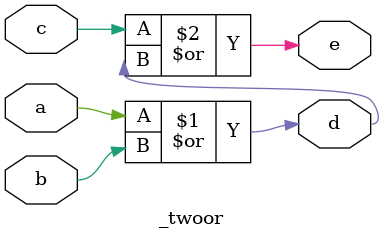
<source format=v>
`timescale 1ns / 1ps


module _twoor(
    input a,b,c,
    output d,e
    );
    assign d=a|b;
    assign e=c|d;
endmodule

</source>
